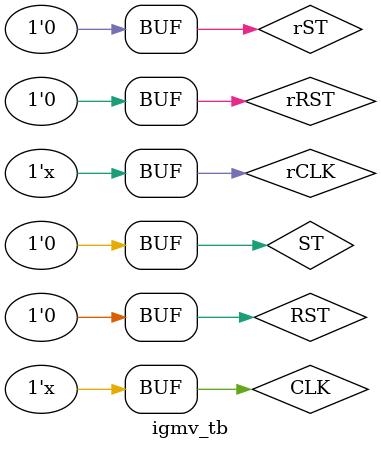
<source format=v>
module igmv(OUT, ADDR, DATA1, DATA2_0, DATA2_1, DATA2_2, DATA2_3, DATA2_4, DATA2_5, DATA2_6, DATA2_7, DATA2_8, DATA2_9, Read, RD, ST, CLK, RST);
	output [319:0] OUT;
	output [3:0] ADDR;
	input [31:0] DATA1;
	input [31:0] DATA2_0;
	input [31:0] DATA2_1;
	input [31:0] DATA2_2;
	input [31:0] DATA2_3;
	input [31:0] DATA2_4;
	input [31:0] DATA2_5;
	input [31:0] DATA2_6;
	input [31:0] DATA2_7;
	input [31:0] DATA2_8;
	input [31:0] DATA2_9;
	output Read;
	output RD;
	input ST;
	input CLK;
	input RST;

	wire RD0;
	wire RD1;
	wire RD2;
	wire RD3;
	wire RD4;
	wire RD5;
	wire RD6;
	wire RD7;
	wire RD8;
	wire RD9;
	wire Read0;
	wire Read1;
	wire Read2;
	wire Read3;
	wire Read4;
	wire Read5;
	wire Read6;
	wire Read7;
	wire Read8;
	wire Read9;

	assign RD = RD0 & RD1 & RD2 & RD3 & RD4 & RD5 & RD6 & RD7 & RD8 & RD9 ;
	assign Read = Read0 & Read1 & Read2 & Read3 & Read4 & Read5 & Read6 & Read7 & Read8 & Read9 ;
	rowmult rowmult0(OUT[31:0], ST, RD0, CLK, RST, DATA1, DATA2_0, ADDR, Read0);
	defparam rowmult0.matrix_width = 11;
	defparam rowmult0.data_width = 32;
	defparam rowmult0.address_width = 4;
	rowmult rowmult1(OUT[63:32], ST, RD1, CLK, RST, DATA1, DATA2_1, ADDR, Read1);
	defparam rowmult1.matrix_width = 11;
	defparam rowmult1.data_width = 32;
	defparam rowmult1.address_width = 4;
	rowmult rowmult2(OUT[95:64], ST, RD2, CLK, RST, DATA1, DATA2_2, ADDR, Read2);
	defparam rowmult2.matrix_width = 11;
	defparam rowmult2.data_width = 32;
	defparam rowmult2.address_width = 4;
	rowmult rowmult3(OUT[127:96], ST, RD3, CLK, RST, DATA1, DATA2_3, ADDR, Read3);
	defparam rowmult3.matrix_width = 11;
	defparam rowmult3.data_width = 32;
	defparam rowmult3.address_width = 4;
	rowmult rowmult4(OUT[159:128], ST, RD4, CLK, RST, DATA1, DATA2_4, ADDR, Read4);
	defparam rowmult4.matrix_width = 11;
	defparam rowmult4.data_width = 32;
	defparam rowmult4.address_width = 4;
	rowmult rowmult5(OUT[191:160], ST, RD5, CLK, RST, DATA1, DATA2_5, ADDR, Read5);
	defparam rowmult5.matrix_width = 11;
	defparam rowmult5.data_width = 32;
	defparam rowmult5.address_width = 4;
	rowmult rowmult6(OUT[223:192], ST, RD6, CLK, RST, DATA1, DATA2_6, ADDR, Read6);
	defparam rowmult6.matrix_width = 11;
	defparam rowmult6.data_width = 32;
	defparam rowmult6.address_width = 4;
	rowmult rowmult7(OUT[255:224], ST, RD7, CLK, RST, DATA1, DATA2_7, ADDR, Read7);
	defparam rowmult7.matrix_width = 11;
	defparam rowmult7.data_width = 32;
	defparam rowmult7.address_width = 4;
	rowmult rowmult8(OUT[287:256], ST, RD8, CLK, RST, DATA1, DATA2_8, ADDR, Read8);
	defparam rowmult8.matrix_width = 11;
	defparam rowmult8.data_width = 32;
	defparam rowmult8.address_width = 4;
	rowmult rowmult9(OUT[319:288], ST, RD9, CLK, RST, DATA1, DATA2_9, ADDR, Read9);
	defparam rowmult9.matrix_width = 11;
	defparam rowmult9.data_width = 32;
	defparam rowmult9.address_width = 4;
endmodule

module igmv_tb();
	wire [31:0] DATA1;
	wire [31:0] DATA2_0;
	wire [31:0] DATA2_1;
	wire [31:0] DATA2_2;
	wire [31:0] DATA2_3;
	wire [31:0] DATA2_4;
	wire [31:0] DATA2_5;
	wire [31:0] DATA2_6;
	wire [31:0] DATA2_7;
	wire [31:0] DATA2_8;
	wire [31:0] DATA2_9;
	wire [3:0] ADDR;
	wire RD;
	wire [319:0] OUT;
	reg rST;
	reg rCLK;
	reg rRST;
	wire ST;
	wire CLK;
	wire RST;
	syncmemory mem0(.OUT_DATA(DATA2_0), .ADDR(ADDR), .RD(Read), .CLK(CLK), .RST(RST));
	defparam mem0.data_width = 32;
	defparam mem0.depth = 10;
	defparam mem0.address_width = 4;
	defparam mem0.input_file = "d:/Work/dissertation_microprocessor/altera_projects/fpga_igmv/matrices/test_0.bin";
	defparam mem0.output_file = "d:/Work/dissertation_microprocessor/altera_projects/fpga_igmv/matrices/test_0o.bin";
	syncmemory mem1(.OUT_DATA(DATA2_1), .ADDR(ADDR), .RD(Read), .CLK(CLK), .RST(RST));
	defparam mem1.data_width = 32;
	defparam mem1.depth = 10;
	defparam mem1.address_width = 4;
	defparam mem1.input_file = "d:/Work/dissertation_microprocessor/altera_projects/fpga_igmv/matrices/test_1.bin";
	defparam mem1.output_file = "d:/Work/dissertation_microprocessor/altera_projects/fpga_igmv/matrices/test_1o.bin";
	syncmemory mem2(.OUT_DATA(DATA2_2), .ADDR(ADDR), .RD(Read), .CLK(CLK), .RST(RST));
	defparam mem2.data_width = 32;
	defparam mem2.depth = 10;
	defparam mem2.address_width = 4;
	defparam mem2.input_file = "d:/Work/dissertation_microprocessor/altera_projects/fpga_igmv/matrices/test_2.bin";
	defparam mem2.output_file = "d:/Work/dissertation_microprocessor/altera_projects/fpga_igmv/matrices/test_2o.bin";
	syncmemory mem3(.OUT_DATA(DATA2_3), .ADDR(ADDR), .RD(Read), .CLK(CLK), .RST(RST));
	defparam mem3.data_width = 32;
	defparam mem3.depth = 10;
	defparam mem3.address_width = 4;
	defparam mem3.input_file = "d:/Work/dissertation_microprocessor/altera_projects/fpga_igmv/matrices/test_3.bin";
	defparam mem3.output_file = "d:/Work/dissertation_microprocessor/altera_projects/fpga_igmv/matrices/test_3o.bin";
	syncmemory mem4(.OUT_DATA(DATA2_4), .ADDR(ADDR), .RD(Read), .CLK(CLK), .RST(RST));
	defparam mem4.data_width = 32;
	defparam mem4.depth = 10;
	defparam mem4.address_width = 4;
	defparam mem4.input_file = "d:/Work/dissertation_microprocessor/altera_projects/fpga_igmv/matrices/test_4.bin";
	defparam mem4.output_file = "d:/Work/dissertation_microprocessor/altera_projects/fpga_igmv/matrices/test_4o.bin";
	syncmemory mem5(.OUT_DATA(DATA2_5), .ADDR(ADDR), .RD(Read), .CLK(CLK), .RST(RST));
	defparam mem5.data_width = 32;
	defparam mem5.depth = 10;
	defparam mem5.address_width = 4;
	defparam mem5.input_file = "d:/Work/dissertation_microprocessor/altera_projects/fpga_igmv/matrices/test_5.bin";
	defparam mem5.output_file = "d:/Work/dissertation_microprocessor/altera_projects/fpga_igmv/matrices/test_5o.bin";
	syncmemory mem6(.OUT_DATA(DATA2_6), .ADDR(ADDR), .RD(Read), .CLK(CLK), .RST(RST));
	defparam mem6.data_width = 32;
	defparam mem6.depth = 10;
	defparam mem6.address_width = 4;
	defparam mem6.input_file = "d:/Work/dissertation_microprocessor/altera_projects/fpga_igmv/matrices/test_6.bin";
	defparam mem6.output_file = "d:/Work/dissertation_microprocessor/altera_projects/fpga_igmv/matrices/test_6o.bin";
	syncmemory mem7(.OUT_DATA(DATA2_7), .ADDR(ADDR), .RD(Read), .CLK(CLK), .RST(RST));
	defparam mem7.data_width = 32;
	defparam mem7.depth = 10;
	defparam mem7.address_width = 4;
	defparam mem7.input_file = "d:/Work/dissertation_microprocessor/altera_projects/fpga_igmv/matrices/test_7.bin";
	defparam mem7.output_file = "d:/Work/dissertation_microprocessor/altera_projects/fpga_igmv/matrices/test_7o.bin";
	syncmemory mem8(.OUT_DATA(DATA2_8), .ADDR(ADDR), .RD(Read), .CLK(CLK), .RST(RST));
	defparam mem8.data_width = 32;
	defparam mem8.depth = 10;
	defparam mem8.address_width = 4;
	defparam mem8.input_file = "d:/Work/dissertation_microprocessor/altera_projects/fpga_igmv/matrices/test_8.bin";
	defparam mem8.output_file = "d:/Work/dissertation_microprocessor/altera_projects/fpga_igmv/matrices/test_8o.bin";
	syncmemory mem9(.OUT_DATA(DATA2_9), .ADDR(ADDR), .RD(Read), .CLK(CLK), .RST(RST));
	defparam mem9.data_width = 32;
	defparam mem9.depth = 10;
	defparam mem9.address_width = 4;
	defparam mem9.input_file = "d:/Work/dissertation_microprocessor/altera_projects/fpga_igmv/matrices/test_9.bin";
	defparam mem9.output_file = "d:/Work/dissertation_microprocessor/altera_projects/fpga_igmv/matrices/test_9o.bin";
	syncmemory mem_vector(.OUT_DATA(DATA1), .ADDR(ADDR), .RD(Read), .CLK(CLK), .RST(RST));
	defparam mem_vector.data_width = 32;
	defparam mem_vector.depth = 10;
	defparam mem_vector.address_width = 4;
	defparam mem_vector.input_file = "d:/Work/dissertation_microprocessor/altera_projects/fpga_igmv/matrices/test_vector.bin";
	defparam mem_vector.output_file = "d:/Work/dissertation_microprocessor/altera_projects/fpga_igmv/matrices/test_vectoro.bin";
	assign RST = rRST;
	assign CLK = rCLK;
	assign ST = rST;
igmv igmv1(OUT, ADDR, DATA1, DATA2_0, DATA2_1, DATA2_2, DATA2_3, DATA2_4, DATA2_5, DATA2_6, DATA2_7, DATA2_8, DATA2_9, Read, RD, ST, CLK, RST);
	always begin
		#5 rCLK = ~rCLK;
	end
	initial begin
		rCLK = 0;
		rST = 0;
		rRST = 0;
		#5 rRST = 1;
		#5 rRST = 0;
		#5 rST = 1;
		#5 rST = 0;
	end
endmodule

</source>
